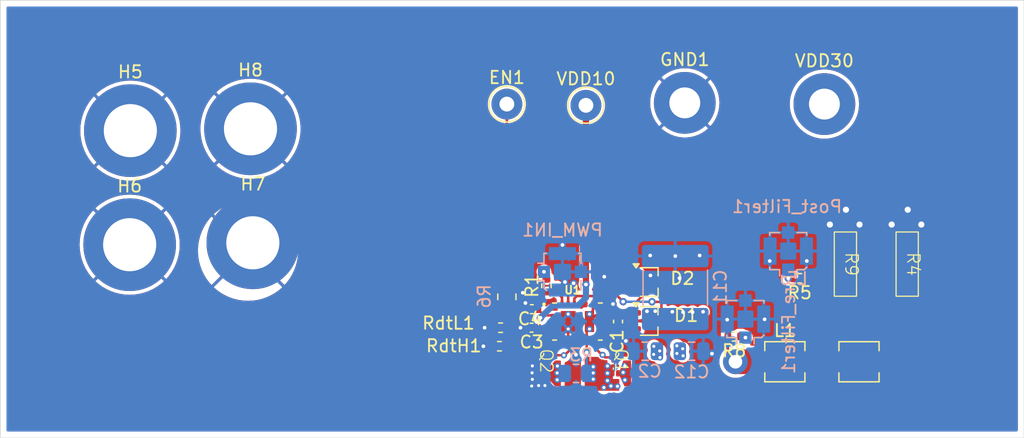
<source format=kicad_pcb>
(kicad_pcb (version 20240108) (generator "pcbnew") (generator_version "8.0")
  (layers (0 "F.Cu" signal) (1 "In1.Cu" power) (2 "In2.Cu" mixed) (31 "B.Cu" power) (34 "B.Paste" user) (35 "F.Paste" user) (36 "B.SilkS" user "B.Silkscreen") (37 "F.SilkS" user "F.Silkscreen") (38 "B.Mask" user) (39 "F.Mask" user) (44 "Edge.Cuts" user))
  (net 0 "")
  (net 1 "GND")
  (net 2 "/Q2D")
  (net 3 "Net-(L1-Pad2)")
  (net 4 "Net-(U1-DLH)")
  (net 5 "Net-(U1-DHL)")
  (net 6 "/BST1")
  (net 7 "/HS1")
  (net 8 "/HB1")
  (net 9 "/VDD30")
  (net 10 "/VCC1")
  (net 11 "/VDD10")
  (net 12 "/EN1")
  (net 13 "/PWM1")
  (net 14 "/LO1")
  (net 15 "/RL1")
  (net 16 "/Pre_Filter1")
  (net 17 "/HO1")
  (net 18 "Net-(U1-PWM{slash}LI)")
  (net 19 "/N1RL")
  (footprint "Resistor_SMD:R_0402_1005Metric" (layer "F.Cu") (at 142.7 38.5 180)
    (property "Reference" "R5" (at 0 -1.17 0) (layer "F.SilkS"))
    (property "Value" "47")
    (fp_line (start -0.153641 0.38) (end 0.153641 0.38) (stroke (width 0.12)) (layer "F.SilkS"))
    (fp_line (start -0.153641 -0.38) (end 0.153641 -0.38) (stroke (width 0.12)) (layer "F.SilkS"))
    (pad "1" smd roundrect (at -0.51 0 180) (size 0.54 0.64) (layers "F.Cu" "F.Paste" "F.Mask") (net 19 "/N1RL"))
    (pad "2" smd roundrect (at 0.51 0 180) (size 0.54 0.64) (layers "F.Cu" "F.Paste" "F.Mask") (net 15 "/RL1"))
  )
  (footprint "TestPoint:TestPoint_THTPad_D2.5mm_Drill1.2mm" (layer "F.Cu") (at 119 24.4)
    (property "Reference" "EN1" (at 0 -2.148 0) (layer "F.SilkS"))
    (property "Value" "MountingHole_Pad")
    (fp_circle (center 0 0) (end 0 1.45) (stroke (width 0.12)) (fill none) (layer "F.SilkS"))
    (pad "1" thru_hole circle (at 0 0) (size 2.5 2.5) (drill 1.2) (layers "*.Cu" "*.Mask") (net 12 "/EN1"))
  )
  (footprint "MountingHole:MountingHole_2.5mm_Pad_TopBottom" (layer "F.Cu") (at 133.4 24.3)
    (property "Reference" "GND1" (at 0 -3.5 0) (layer "F.SilkS"))
    (property "Value" "MountingHole_Pad")
    (pad "1" thru_hole circle (at 0 0) (size 2.9 2.9) (drill 2.5) (layers "*.Cu" "*.Mask") (net 1 "GND"))
    (pad "1" connect circle (at 0 0) (size 5 5) (layers "F.Cu" "F.Mask") (net 1 "GND"))
    (pad "1" connect circle (at 0 0) (size 5 5) (layers "B.Cu" "B.Mask") (net 1 "GND"))
  )
  (footprint "Package_TO_SOT_SMD:SOT-323_SC-70" (layer "F.Cu") (at 130.51 38.8)
    (property "Reference" "D2" (at 2.7 -0.29 0) (layer "F.SilkS"))
    (property "Value" "D_Schottky")
    (fp_line (start -0.68 -1.16) (end 0.73 -1.16) (stroke (width 0.12)) (layer "F.SilkS"))
    (fp_line (start -0.68 1.16) (end 0.73 1.16) (stroke (width 0.12)) (layer "F.SilkS"))
    (fp_line (start 0.73 -1.16) (end 0.73 -0.5) (stroke (width 0.12)) (layer "F.SilkS"))
    (fp_line (start 0.73 0.5) (end 0.73 1.16) (stroke (width 0.12)) (layer "F.SilkS"))
    (fp_poly (pts (xy -1.05 -1.14) (xy -1.29 -1.47) (xy -0.81 -1.47) (xy -1.05 -1.14)) (stroke (width 0.12)) (fill solid) (layer "F.SilkS"))
    (pad "1" smd roundrect (at -1 -0.65 270) (size 0.45 0.7) (layers "F.Cu" "F.Paste" "F.Mask") (net 8 "/HB1"))
    (pad "2" smd roundrect (at -1 0.65 270) (size 0.45 0.7) (layers "F.Cu" "F.Paste" "F.Mask"))
    (pad "3" smd roundrect (at 1 0 270) (size 0.45 0.7) (layers "F.Cu" "F.Paste" "F.Mask") (net 6 "/BST1"))
  )
  (footprint "Resistor_SMD:R_0402_1005Metric" (layer "F.Cu") (at 137.4 43.2 180)
    (property "Reference" "R8" (at 0 -1.17 0) (layer "F.SilkS"))
    (property "Value" "47")
    (fp_line (start -0.153641 0.38) (end 0.153641 0.38) (stroke (width 0.12)) (layer "F.SilkS"))
    (fp_line (start -0.153641 -0.38) (end 0.153641 -0.38) (stroke (width 0.12)) (layer "F.SilkS"))
    (pad "1" smd roundrect (at -0.51 0 180) (size 0.54 0.64) (layers "F.Cu" "F.Paste" "F.Mask") (net 16 "/Pre_Filter1"))
    (pad "2" smd roundrect (at 0.51 0 180) (size 0.54 0.64) (layers "F.Cu" "F.Paste" "F.Mask") (net 7 "/HS1"))
  )
  (footprint "MountingHole:MountingHole_4.3mm_M4_DIN965_Pad_TopBottom" (layer "F.Cu") (at 88.525 26.55)
    (property "Reference" "H5" (at 0 -4.75 0) (layer "F.SilkS"))
    (property "Value" "MountingHole_Pad")
    (pad "1" thru_hole circle (at 0 0) (size 4.7 4.7) (drill 4.3) (layers "*.Cu" "*.Mask") (net 1 "GND"))
    (pad "1" connect circle (at 0 0) (size 7.5 7.5) (layers "F.Cu" "F.Mask") (net 1 "GND"))
    (pad "1" connect circle (at 0 0) (size 7.5 7.5) (layers "B.Cu" "B.Mask") (net 1 "GND"))
  )
  (footprint "Resistor_SMD:R_0805_2012Metric" (layer "F.Cu") (at 119 40 -90)
    (property "Reference" "R6" (at -0.04 1.83 90) (layer "B.SilkS") (effects (justify mirror)))
    (property "Value" "0")
    (fp_line (start -0.227064 0.735) (end 0.227064 0.735) (stroke (width 0.12)) (layer "F.SilkS"))
    (fp_line (start -0.227064 -0.735) (end 0.227064 -0.735) (stroke (width 0.12)) (layer "F.SilkS"))
    (pad "1" smd roundrect (at -0.9125 0 270) (size 1.025 1.4) (layers "F.Cu" "F.Paste" "F.Mask") (roundrect_rratio 0.243902) (net 12 "/EN1"))
    (pad "2" smd roundrect (at 0.9125 0 270) (size 1.025 1.4) (layers "F.Cu" "F.Paste" "F.Mask") (roundrect_rratio 0.243902) (net 10 "/VCC1"))
  )
  (footprint "Resistor_SMD:R_0402_1005Metric" (layer "F.Cu") (at 118.4025 44)
    (property "Reference" "RdtH1" (at -3.7025 -0.03 0) (layer "F.SilkS"))
    (property "Value" "1.8M")
    (fp_line (start -0.153641 -0.38) (end 0.153641 -0.38) (stroke (width 0.12)) (layer "F.SilkS"))
    (fp_line (start -0.153641 0.38) (end 0.153641 0.38) (stroke (width 0.12)) (layer "F.SilkS"))
    (pad "1" smd roundrect (at -0.51 0) (size 0.54 0.64) (layers "F.Cu" "F.Paste" "F.Mask") (net 1 "GND"))
    (pad "2" smd roundrect (at 0.51 0) (size 0.54 0.64) (layers "F.Cu" "F.Paste" "F.Mask") (net 4 "Net-(U1-DLH)"))
  )
  (footprint "MyResistors:RWS5" (layer "F.Cu") (at 146.4 37.35 -90)
    (property "Reference" "R9" (at 0 -0.5 -90) (layer "F.SilkS") (effects (font (thickness 0.1))))
    (property "Value" "470")
    (fp_rect (start -2.6 -0.9) (end 2.6 0.9) (stroke (width 0.1)) (fill none) (layer "F.SilkS"))
    (pad "1" smd roundrect (at -3.24 0 270) (size 1.98 2.16) (layers "F.Cu" "F.Mask") (roundrect_rratio 0.0404040404) (net 1 "GND"))
    (pad "2" smd roundrect (at 3.24 0 270) (size 1.98 2.16) (layers "F.Cu" "F.Mask") (roundrect_rratio 0.0404040404) (net 19 "/N1RL"))
  )
  (footprint "Inductor_SMD:L_Vishay_IHLP-1212" (layer "F.Cu") (at 141.5 45.255)
    (property "Reference" "L1" (at 0 -2.524 0) (layer "F.SilkS"))
    (property "Value" "L")
    (fp_line (start -1.624 -1.624) (end 1.624 -1.624) (stroke (width 0.12)) (layer "F.SilkS"))
    (fp_line (start -1.624 -0.9) (end -1.624 -1.624) (stroke (width 0.12)) (layer "F.SilkS"))
    (fp_line (start -1.624 0.9) (end -1.624 1.624) (stroke (width 0.12)) (layer "F.SilkS"))
    (fp_line (start -1.624 1.624) (end 1.624 1.624) (stroke (width 0.12)) (layer "F.SilkS"))
    (fp_line (start 1.624 -1.624) (end 1.624 -0.9) (stroke (width 0.12)) (layer "F.SilkS"))
    (fp_line (start 1.624 1.624) (end 1.624 0.9) (stroke (width 0.12)) (layer "F.SilkS"))
    (pad "1" smd rect (at -1.35 0) (size 1.5 1.2) (layers "F.Cu" "F.Paste" "F.Mask") (net 7 "/HS1"))
    (pad "2" smd rect (at 1.35 0) (size 1.5 1.2) (layers "F.Cu" "F.Paste" "F.Mask") (net 3 "Net-(L1-Pad2)"))
  )
  (footprint "MyResistors:EPC8009" (layer "F.Cu") (at 127.77 45.19 -90)
    (property "Reference" "Q1" (at 0 -0.5 -90) (layer "F.SilkS") (effects (font (thickness 0.1))))
    (property "Value" "Q_NMOS_GSD")
    (pad "1" smd oval (at 0 0 270) (size 0.265 0.645) (layers "F.Cu" "F.Mask") (net 17 "/HO1"))
    (pad "2" smd oval (at 0.4 0 270) (size 0.265 0.645) (layers "F.Cu" "F.Mask") (net 7 "/HS1"))
    (pad "3" smd oval (at 1 0.19) (size 0.255 0.52) (layers "F.Cu" "F.Mask") (net 7 "/HS1"))
    (pad "4" smd oval (at 1 -0.19) (size 0.255 0.52) (layers "F.Cu" "F.Mask") (net 9 "/VDD30"))
    (pad "5" smd oval (at 1.6 0.19 270) (size 0.265 0.265) (layers "F.Cu" "F.Mask") (net 7 "/HS1"))
    (pad "6" smd oval (at 1.6 -0.19 270) (size 0.265 0.265) (layers "F.Cu" "F.Mask") (net 7 "/HS1"))
  )
  (footprint "Inductor_SMD:L_Vishay_IHLP-1212" (layer "F.Cu") (at 147.5 45.255)
    (property "Reference" "L5" (at -5.025 -6.724 0) (layer "B.SilkS") (effects (justify mirror)))
    (property "Value" "L")
    (fp_line (start -1.624 -1.624) (end 1.624 -1.624) (stroke (width 0.12)) (layer "F.SilkS"))
    (fp_line (start -1.624 -0.9) (end -1.624 -1.624) (stroke (width 0.12)) (layer "F.SilkS"))
    (fp_line (start -1.624 0.9) (end -1.624 1.624) (stroke (width 0.12)) (layer "F.SilkS"))
    (fp_line (start -1.624 1.624) (end 1.624 1.624) (stroke (width 0.12)) (layer "F.SilkS"))
    (fp_line (start 1.624 -1.624) (end 1.624 -0.9) (stroke (width 0.12)) (layer "F.SilkS"))
    (fp_line (start 1.624 1.624) (end 1.624 0.9) (stroke (width 0.12)) (layer "F.SilkS"))
    (pad "1" smd rect (at -1.35 0) (size 1.5 1.2) (layers "F.Cu" "F.Paste" "F.Mask") (net 3 "Net-(L1-Pad2)"))
    (pad "2" smd rect (at 1.35 0) (size 1.5 1.2) (layers "F.Cu" "F.Paste" "F.Mask") (net 19 "/N1RL"))
  )
  (footprint "MyResistors:RWS5" (layer "F.Cu") (at 151.4 37.35 -90)
    (property "Reference" "R4" (at 0 -0.5 -90) (layer "F.SilkS") (effects (font (thickness 0.1))))
    (property "Value" "470")
    (fp_rect (start -2.6 -0.9) (end 2.6 0.9) (stroke (width 0.1)) (fill none) (layer "F.SilkS"))
    (pad "1" smd roundrect (at -3.24 0 270) (size 1.98 2.16) (layers "F.Cu" "F.Mask") (roundrect_rratio 0.0404040404) (net 1 "GND"))
    (pad "2" smd roundrect (at 3.24 0 270) (size 1.98 2.16) (layers "F.Cu" "F.Mask") (roundrect_rratio 0.0404040404) (net 19 "/N1RL"))
  )
  (footprint "Capacitor_SMD:C_0402_1005Metric" (layer "F.Cu") (at 121 42.5 180)
    (property "Reference" "C3" (at 0 -1.16 180) (layer "F.SilkS"))
    (property "Value" "4.7u")
    (fp_line (start -0.107836 0.36) (end 0.107836 0.36) (stroke (width 0.12)) (layer "F.SilkS"))
    (fp_line (start -0.107836 -0.36) (end 0.107836 -0.36) (stroke (width 0.12)) (layer "F.SilkS"))
    (pad "1" smd roundrect (at -0.48 0 180) (size 0.56 0.62) (layers "F.Cu" "F.Paste" "F.Mask") (net 10 "/VCC1"))
    (pad "2" smd roundrect (at 0.48 0 180) (size 0.56 0.62) (layers "F.Cu" "F.Paste" "F.Mask") (net 1 "GND"))
  )
  (footprint "MountingHole:MountingHole_2.5mm_Pad_TopBottom" (layer "F.Cu") (at 144.7 24.4)
    (property "Reference" "VDD30" (at 0 -3.5 0) (layer "F.SilkS"))
    (property "Value" "MountingHole_Pad")
    (pad "1" thru_hole circle (at 0 0) (size 2.9 2.9) (drill 2.5) (layers "*.Cu" "*.Mask") (net 9 "/VDD30"))
    (pad "1" connect circle (at 0 0) (size 5 5) (layers "F.Cu" "F.Mask") (net 9 "/VDD30"))
    (pad "1" connect circle (at 0 0) (size 5 5) (layers "B.Cu" "B.Mask") (net 9 "/VDD30"))
  )
  (footprint "Capacitor_SMD:C_0402_1005Metric" (layer "F.Cu") (at 128 42 90)
    (property "Reference" "C1" (at -1.6 -0.08 90) (layer "F.SilkS"))
    (property "Value" "1u")
    (fp_line (start -0.107836 -0.36) (end 0.107836 -0.36) (stroke (width 0.12)) (layer "F.SilkS"))
    (fp_line (start -0.107836 0.36) (end 0.107836 0.36) (stroke (width 0.12)) (layer "F.SilkS"))
    (pad "1" smd roundrect (at -0.48 0 90) (size 0.56 0.62) (layers "F.Cu" "F.Paste" "F.Mask") (net 8 "/HB1"))
    (pad "2" smd roundrect (at 0.48 0 90) (size 0.56 0.62) (layers "F.Cu" "F.Paste" "F.Mask") (net 7 "/HS1"))
  )
  (footprint "MountingHole:MountingHole_4.3mm_M4_DIN965_Pad_TopBottom" (layer "F.Cu") (at 88.47 35.78)
    (property "Reference" "H6" (at 0 -4.75 0) (layer "F.SilkS"))
    (property "Value" "MountingHole_Pad")
    (pad "1" thru_hole circle (at 0 0) (size 4.7 4.7) (drill 4.3) (layers "*.Cu" "*.Mask") (net 1 "GND"))
    (pad "1" connect circle (at 0 0) (size 7.5 7.5) (layers "F.Cu" "F.Mask") (net 1 "GND"))
    (pad "1" connect circle (at 0 0) (size 7.5 7.5) (layers "B.Cu" "B.Mask") (net 1 "GND"))
  )
  (footprint "MountingHole:MountingHole_4.3mm_M4_DIN965_Pad_TopBottom" (layer "F.Cu") (at 98.25 26.4)
    (property "Reference" "H8" (at 0 -4.75 0) (layer "F.SilkS"))
    (property "Value" "MountingHole_Pad")
    (pad "1" thru_hole circle (at 0 0) (size 4.7 4.7) (drill 4.3) (layers "*.Cu" "*.Mask") (net 1 "GND"))
    (pad "1" connect circle (at 0 0) (size 7.5 7.5) (layers "F.Cu" "F.Mask") (net 1 "GND"))
    (pad "1" connect circle (at 0 0) (size 7.5 7.5) (layers "B.Cu" "B.Mask") (net 1 "GND"))
  )
  (footprint "Resistor_SMD:R_0402_1005Metric" (layer "F.Cu") (at 118.49 42.5)
    (property "Reference" "RdtL1" (at -4.22 -0.37 0) (layer "F.SilkS"))
    (property "Value" "1.8M")
    (fp_line (start -0.153641 -0.38) (end 0.153641 -0.38) (stroke (width 0.12)) (layer "F.SilkS"))
    (fp_line (start -0.153641 0.38) (end 0.153641 0.38) (stroke (width 0.12)) (layer "F.SilkS"))
    (pad "1" smd roundrect (at -0.51 0) (size 0.54 0.64) (layers "F.Cu" "F.Paste" "F.Mask") (net 1 "GND"))
    (pad "2" smd roundrect (at 0.51 0) (size 0.54 0.64) (layers "F.Cu" "F.Paste" "F.Mask") (net 5 "Net-(U1-DHL)"))
  )
  (footprint "MyResistors:EPC8009" (layer "F.Cu") (at 121.7 45.19 -90)
    (property "Reference" "Q2" (at 0 -0.5 -90) (layer "F.SilkS") (effects (font (thickness 0.1))))
    (property "Value" "Q_NMOS_GSD")
    (pad "1" smd oval (at 0 0 270) (size 0.265 0.645) (layers "F.Cu" "F.Mask") (net 14 "/LO1"))
    (pad "2" smd oval (at 0.4 0 270) (size 0.265 0.645) (layers "F.Cu" "F.Mask") (net 1 "GND"))
    (pad "3" smd oval (at 1 0.19) (size 0.255 0.52) (layers "F.Cu" "F.Mask") (net 1 "GND"))
    (pad "4" smd oval (at 1 -0.19) (size 0.255 0.52) (layers "F.Cu" "F.Mask") (net 2 "/Q2D"))
    (pad "5" smd oval (at 1.6 0.19 270) (size 0.265 0.265) (layers "F.Cu" "F.Mask") (net 1 "GND"))
    (pad "6" smd oval (at 1.6 -0.19 270) (size 0.265 0.265) (layers "F.Cu" "F.Mask") (net 1 "GND"))
  )
  (footprint "Capacitor_SMD:C_0402_1005Metric" (layer "F.Cu") (at 121.02 41)
    (property "Reference" "C4" (at -0.15 0.78 0) (layer "F.SilkS"))
    (property "Value" "1u")
    (fp_line (start -0.107836 -0.36) (end 0.107836 -0.36) (stroke (width 0.12)) (layer "F.SilkS"))
    (fp_line (start -0.107836 0.36) (end 0.107836 0.36) (stroke (width 0.12)) (layer "F.SilkS"))
    (pad "1" smd roundrect (at -0.48 0) (size 0.56 0.62) (layers "F.Cu" "F.Paste" "F.Mask") (net 1 "GND"))
    (pad "2" smd roundrect (at 0.48 0) (size 0.56 0.62) (layers "F.Cu" "F.Paste" "F.Mask") (net 11 "/VDD10"))
  )
  (footprint "Resistor_SMD:R_0402_1005Metric" (layer "F.Cu") (at 122.2 39.1 90)
    (property "Reference" "R1" (at 0 -1.17 90) (layer "F.SilkS"))
    (property "Value" "47")
    (fp_line (start -0.153641 -0.38) (end 0.153641 -0.38) (stroke (width 0.12)) (layer "F.SilkS"))
    (fp_line (start -0.153641 0.38) (end 0.153641 0.38) (stroke (width 0.12)) (layer "F.SilkS"))
    (pad "1" smd roundrect (at -0.51 0 90) (size 0.54 0.64) (layers "F.Cu" "F.Paste" "F.Mask") (net 18 "Net-(U1-PWM{slash}LI)"))
    (pad "2" smd roundrect (at 0.51 0 90) (size 0.54 0.64) (layers "F.Cu" "F.Paste" "F.Mask") (net 13 "/PWM1"))
  )
  (footprint "Drivers:IC_LMG1210RVRR" (layer "F.Cu") (at 124.7125 42)
    (property "Reference" "U1" (at -0.4025 -2.55 0) (layer "F.SilkS") (effects (font (size 0.64 0.64))))
    (property "Value" "LMG1210RVRR")
    (fp_line (start -2 1.5) (end -1.7 1.5) (stroke (width 0.127)) (layer "F.SilkS"))
    (fp_line (start -1.7 -1.5) (end -2 -1.5) (stroke (width 0.127)) (layer "F.SilkS"))
    (fp_line (start 1.7 1.5) (end 2 1.5) (stroke (width 0.127)) (layer "F.SilkS"))
    (fp_line (start 2 -1.5) (end 1.7 -1.5) (stroke (width 0.127)) (layer "F.SilkS"))
    (fp_circle (center -2.7 -1.4) (end -2.625 -1.4) (stroke (width 0.15)) (fill none) (layer "F.SilkS"))
    (pad "1" smd roundrect (at -1.9 -1) (size 0.6 0.25) (layers "F.Cu"))
    (pad "2" smd roundrect (at -1.9 -0.5) (size 0.6 0.25) (layers "F.Cu") (net 11 "/VDD10"))
    (pad "3" smd roundrect (at -1.9 0) (size 0.6 0.25) (layers "F.Cu") (net 1 "GND"))
    (pad "4" smd roundrect (at -1.9 0.5) (size 0.6 0.25) (layers "F.Cu") (net 10 "/VCC1"))
    (pad "5" smd roundrect (at -1.9 1) (size 0.6 0.25) (layers "F.Cu") (net 5 "Net-(U1-DHL)"))
    (pad "6" smd roundrect (at -1.25 1.4) (size 0.25 0.6) (layers "F.Cu") (net 4 "Net-(U1-DLH)"))
    (pad "7" smd roundrect (at -0.75 1.4) (size 0.25 0.6) (layers "F.Cu") (net 1 "GND"))
    (pad "8" smd roundrect (at -0.25 1.4) (size 0.25 0.6) (layers "F.Cu") (net 14 "/LO1"))
    (pad "9" smd roundrect (at 0.75 1.4) (size 0.25 0.6) (layers "F.Cu") (net 7 "/HS1"))
    (pad "10" smd roundrect (at 1.25 1.4) (size 0.25 0.6) (layers "F.Cu") (net 17 "/HO1"))
    (pad "11" smd roundrect (at 1.9 1) (size 0.6 0.25) (layers "F.Cu"))
    (pad "12" smd roundrect (at 1.9 0.5) (size 0.6 0.25) (layers "F.Cu") (net 8 "/HB1"))
    (pad "13" smd roundrect (at 1.9 0) (size 0.6 0.25) (layers "F.Cu") (net 7 "/HS1"))
    (pad "14" smd roundrect (at 1.9 -0.5) (size 0.6 0.25) (layers "F.Cu") (net 7 "/HS1"))
    (pad "15" smd roundrect (at 1.9 -1) (size 0.6 0.25) (layers "F.Cu"))
    (pad "16" smd roundrect (at 1.25 -1.4) (size 0.25 0.6) (layers "F.Cu") (net 7 "/HS1"))
    (pad "17" smd roundrect (at -0.25 -1.4) (size 0.25 0.6) (layers "F.Cu") (net 6 "/BST1"))
    (pad "18" smd roundrect (at -0.75 -1.4) (size 0.25 0.6) (layers "F.Cu") (net 12 "/EN1"))
    (pad "19" smd roundrect (at -1.25 -1.4) (size 0.25 0.6) (layers "F.Cu") (net 18 "Net-(U1-PWM{slash}LI)"))
    (pad "20" smd roundrect (at -0.75 0) (size 1.2 1.7) (layers "F.Cu") (roundrect_rratio 0.025) (net 1 "GND"))
    (pad "20_1" thru_hole circle (at -0.75 -0.6) (size 0.5 0.5) (drill 0.25) (layers "*.Cu") (net 1 "GND"))
    (pad "20_2" thru_hole circle (at -0.75 0.6) (size 0.5 0.5) (drill 0.25) (layers "*.Cu") (net 1 "GND"))
    (pad "21" smd roundrect (at 0.975 0) (size 0.75 1.7) (layers "F.Cu") (roundrect_rratio 0.025) (net 7 "/HS1"))
    (pad "21_1" thru_hole circle (at 0.975 -0.6) (size 0.5 0.5) (drill 0.25) (layers "*.Cu") (net 7 "/HS1"))
    (pad "21_2" thru_hole circle (at 0.975 0.6) (size 0.5 0.5) (drill 0.25) (layers "*.Cu") (net 7 "/HS1"))
  )
  (footprint "Package_TO_SOT_SMD:SOT-323_SC-70" (layer "F.Cu") (at 130.5 41.95)
    (property "Reference" "D1" (at 3.01 -0.44 0) (layer "F.SilkS"))
    (property "Value" "D_Schottky")
    (fp_line (start -0.68 -1.16) (end 0.73 -1.16) (stroke (width 0.12)) (layer "F.SilkS"))
    (fp_line (start -0.68 1.16) (end 0.73 1.16) (stroke (width 0.12)) (layer "F.SilkS"))
    (fp_line (start 0.73 -1.16) (end 0.73 -0.5) (stroke (width 0.12)) (layer "F.SilkS"))
    (fp_line (start 0.73 0.5) (end 0.73 1.16) (stroke (width 0.12)) (layer "F.SilkS"))
    (fp_poly (pts (xy -1.05 -1.14) (xy -1.29 -1.47) (xy -0.81 -1.47) (xy -1.05 -1.14)) (stroke (width 0.12)) (fill solid) (layer "F.SilkS"))
    (pad "1" smd roundrect (at -1 -0.65 270) (size 0.45 0.7) (layers "F.Cu" "F.Paste" "F.Mask") (net 8 "/HB1"))
    (pad "2" smd roundrect (at -1 0.65 270) (size 0.45 0.7) (layers "F.Cu" "F.Paste" "F.Mask"))
    (pad "3" smd roundrect (at 1 0 270) (size 0.45 0.7) (layers "F.Cu" "F.Paste" "F.Mask") (net 6 "/BST1"))
  )
  (footprint "MountingHole:MountingHole_4.3mm_M4_DIN965_Pad_TopBottom" (layer "F.Cu") (at 98.439 35.626)
    (property "Reference" "H7" (at 0 -4.75 0) (layer "F.SilkS"))
    (property "Value" "MountingHole_Pad")
    (pad "1" thru_hole circle (at 0 0) (size 4.7 4.7) (drill 4.3) (layers "*.Cu" "*.Mask") (net 1 "GND"))
    (pad "1" connect circle (at 0 0) (size 7.5 7.5) (layers "F.Cu" "F.Mask") (net 1 "GND"))
    (pad "1" connect circle (at 0 0) (size 7.5 7.5) (layers "B.Cu" "B.Mask") (net 1 "GND"))
  )
  (footprint "TestPoint:TestPoint_THTPad_D2.5mm_Drill1.2mm" (layer "F.Cu") (at 125.4 24.5)
    (property "Reference" "VDD10" (at 0 -2.148 0) (layer "F.SilkS"))
    (property "Value" "MountingHole_Pad")
    (fp_circle (center 0 0) (end 0 1.45) (stroke (width 0.12)) (fill none) (layer "F.SilkS"))
    (pad "1" thru_hole circle (at 0 0) (size 2.5 2.5) (drill 1.2) (layers "*.Cu" "*.Mask") (net 11 "/VDD10"))
  )
  (footprint "Connector_Coaxial:U.FL_Molex_MCRF_73412-0110_Vertical" (layer "B.Cu") (at 123.5 37.975 90)
    (property "Reference" "PWM_IN1" (at 3.375 0 180) (layer "B.SilkS") (effects (justify mirror)))
    (property "Value" "Conn_Coaxial")
    (fp_line (start 0.7 -2) (end 0.7 -1.5) (stroke (width 0.12)) (layer "B.SilkS"))
    (fp_line (start -0.7 -2) (end -0.7 -1.5) (stroke (width 0.12)) (layer "B.SilkS"))
    (fp_line (start 1.5 -1.5) (end 1.5 -1.3) (stroke (width 0.12)) (layer "B.SilkS"))
    (fp_line (start 0.7 -1.5) (end 1.5 -1.5) (stroke (width 0.12)) (layer "B.SilkS"))
    (fp_line (start -1.3 -1.5) (end -0.7 -1.5) (stroke (width 0.12)) (layer "B.SilkS"))
    (fp_line (start -1.5 -1.3) (end -1.3 -1.5) (stroke (width 0.12)) (layer "B.SilkS"))
    (fp_line (start 1.5 1.3) (end 1.5 1.5) (stroke (width 0.12)) (layer "B.SilkS"))
    (fp_line (start 1.5 1.5) (end 0.7 1.5) (stroke (width 0.12)) (layer "B.SilkS"))
    (fp_line (start -0.7 1.5) (end -1.5 1.5) (stroke (width 0.12)) (layer "B.SilkS"))
    (fp_line (start -1.5 1.5) (end -1.5 1.3) (stroke (width 0.12)) (layer "B.SilkS"))
    (pad "1" smd rect (at 0 -1.5 90) (size 1 1) (layers "B.Cu" "B.Paste" "B.Mask") (net 13 "/PWM1"))
    (pad "2" smd rect (at -1.475 0 90) (size 1.05 2.2) (layers "B.Cu" "B.Paste" "B.Mask") (net 1 "GND"))
    (pad "2" smd rect (at 0 1.5 90) (size 1 1) (layers "B.Cu" "B.Paste" "B.Mask") (net 1 "GND"))
    (pad "2" smd rect (at 1.475 0 90) (size 1.05 2.2) (layers "B.Cu" "B.Paste" "B.Mask") (net 1 "GND"))
  )
  (footprint "Connector_Coaxial:U.FL_Molex_MCRF_73412-0110_Vertical" (layer "B.Cu") (at 141.775 36.3 180)
    (property "Reference" "Post_Filter1" (at 0.1 3.6 0) (layer "B.SilkS") (effects (justify mirror)))
    (property "Value" "Conn_Coaxial")
    (fp_line (start 1.5 1.5) (end 0.7 1.5) (stroke (width 0.12)) (layer "B.SilkS"))
    (fp_line (start 1.5 1.3) (end 1.5 1.5) (stroke (width 0.12)) (layer "B.SilkS"))
    (fp_line (start 1.5 -1.5) (end 1.5 -1.3) (stroke (width 0.12)) (layer "B.SilkS"))
    (fp_line (start 0.7 -1.5) (end 1.5 -1.5) (stroke (width 0.12)) (layer "B.SilkS"))
    (fp_line (start 0.7 -2) (end 0.7 -1.5) (stroke (width 0.12)) (layer "B.SilkS"))
    (fp_line (start -0.7 1.5) (end -1.5 1.5) (stroke (width 0.12)) (layer "B.SilkS"))
    (fp_line (start -0.7 -2) (end -0.7 -1.5) (stroke (width 0.12)) (layer "B.SilkS"))
    (fp_line (start -1.3 -1.5) (end -0.7 -1.5) (stroke (width 0.12)) (layer "B.SilkS"))
    (fp_line (start -1.5 1.5) (end -1.5 1.3) (stroke (width 0.12)) (layer "B.SilkS"))
    (fp_line (start -1.5 -1.3) (end -1.3 -1.5) (stroke (width 0.12)) (layer "B.SilkS"))
    (pad "1" smd rect (at 0 -1.5 180) (size 1 1) (layers "B.Cu" "B.Paste" "B.Mask") (net 15 "/RL1"))
    (pad "2" smd rect (at -1.475 0 180) (size 1.05 2.2) (layers "B.Cu" "B.Paste" "B.Mask") (net 1 "GND"))
    (pad "2" smd rect (at 0 1.5 180) (size 1 1) (layers "B.Cu" "B.Paste" "B.Mask") (net 1 "GND"))
    (pad "2" smd rect (at 1.475 0 180) (size 1.05 2.2) (layers "B.Cu" "B.Paste" "B.Mask") (net 1 "GND"))
  )
  (footprint "Capacitor_SMD:C_0805_2012Metric" (layer "B.Cu") (at 130.2 44.4 180)
    (property "Reference" "C2" (at -0.358 -1.622 0) (layer "B.SilkS") (effects (justify mirror)))
    (property "Value" "1u")
    (fp_line (start 0.261252 0.735) (end -0.261252 0.735) (stroke (width 0.12)) (layer "B.SilkS"))
    (fp_line (start 0.261252 -0.735) (end -0.261252 -0.735) (stroke (width 0.12)) (layer "B.SilkS"))
    (pad "1" smd roundrect (at -0.95 0 180) (size 1 1.45) (layers "B.Cu" "B.Paste" "B.Mask") (net 9 "/VDD30"))
    (pad "2" smd roundrect (at 0.95 0 180) (size 1 1.45) (layers "B.Cu" "B.Paste" "B.Mask") (net 1 "GND"))
  )
  (footprint "Resistor_SMD:R_0805_2012Metric" (layer "B.Cu") (at 124.6 46.2)
    (property "Reference" "R3" (at 0.4125 -1.5 0) (layer "B.SilkS") (effects (justify mirror)))
    (property "Value" "0")
    (fp_line (start 0.227064 -0.735) (end -0.227064 -0.735) (stroke (width 0.12)) (layer "B.SilkS"))
    (fp_line (start 0.227064 0.735) (end -0.227064 0.735) (stroke (width 0.12)) (layer "B.SilkS"))
    (pad "1" smd roundrect (at -0.9125 0) (size 1.025 1.4) (layers "B.Cu" "B.Paste" "B.Mask") (roundrect_rratio 0.243902) (net 2 "/Q2D"))
    (pad "2" smd roundrect (at 0.9125 0) (size 1.025 1.4) (layers "B.Cu" "B.Paste" "B.Mask") (roundrect_rratio 0.243902) (net 7 "/HS1"))
  )
  (footprint "Capacitor_SMD:C_2220_5750Metric" (layer "B.Cu") (at 132.63 39.25 90)
    (property "Reference" "C11" (at 0 3.65 90) (layer "B.SilkS") (effects (justify mirror)))
    (property "Value" "22u")
    (fp_line (start 1.415748 -2.61) (end -1.415748 -2.61) (stroke (width 0.12)) (layer "B.SilkS"))
    (fp_line (start 1.415748 2.61) (end -1.415748 2.61) (stroke (width 0.12)) (layer "B.SilkS"))
    (pad "1" smd roundrect (at -2.55 0 90) (size 1.8 5.4) (layers "B.Cu" "B.Paste" "B.Mask") (roundrect_rratio 0.138889) (net 9 "/VDD30"))
    (pad "2" smd roundrect (at 2.55 0 90) (size 1.8 5.4) (layers "B.Cu" "B.Paste" "B.Mask") (roundrect_rratio 0.138889) (net 1 "GND"))
  )
  (footprint "Connector_Coaxial:U.FL_Molex_MCRF_73412-0110_Vertical" (layer "B.Cu") (at 138.31 41.8 180)
    (property "Reference" "Pre_Filter1" (at -3.5 -0.4 90) (layer "B.SilkS") (effects (justify mirror)))
    (property "Value" "Conn_Coaxial")
    (fp_line (start 1.5 1.5) (end 0.7 1.5) (stroke (width 0.12)) (layer "B.SilkS"))
    (fp_line (start 1.5 1.3) (end 1.5 1.5) (stroke (width 0.12)) (layer "B.SilkS"))
    (fp_line (start 1.5 -1.5) (end 1.5 -1.3) (stroke (width 0.12)) (layer "B.SilkS"))
    (fp_line (start 0.7 -1.5) (end 1.5 -1.5) (stroke (width 0.12)) (layer "B.SilkS"))
    (fp_line (start 0.7 -2) (end 0.7 -1.5) (stroke (width 0.12)) (layer "B.SilkS"))
    (fp_line (start -0.7 1.5) (end -1.5 1.5) (stroke (width 0.12)) (layer "B.SilkS"))
    (fp_line (start -0.7 -2) (end -0.7 -1.5) (stroke (width 0.12)) (layer "B.SilkS"))
    (fp_line (start -1.3 -1.5) (end -0.7 -1.5) (stroke (width 0.12)) (layer "B.SilkS"))
    (fp_line (start -1.5 1.5) (end -1.5 1.3) (stroke (width 0.12)) (layer "B.SilkS"))
    (fp_line (start -1.5 -1.3) (end -1.3 -1.5) (stroke (width 0.12)) (layer "B.SilkS"))
    (pad "1" smd rect (at 0 -1.5 180) (size 1 1) (layers "B.Cu" "B.Paste" "B.Mask") (net 16 "/Pre_Filter1"))
    (pad "2" smd rect (at -1.475 0 180) (size 1.05 2.2) (layers "B.Cu" "B.Paste" "B.Mask") (net 1 "GND"))
    (pad "2" smd rect (at 0 1.5 180) (size 1 1) (layers "B.Cu" "B.Paste" "B.Mask") (net 1 "GND"))
    (pad "2" smd rect (at 1.475 0 180) (size 1.05 2.2) (layers "B.Cu" "B.Paste" "B.Mask") (net 1 "GND"))
  )
  (footprint "Capacitor_SMD:C_0805_2012Metric" (layer "B.Cu") (at 133.95 44.4)
    (property "Reference" "C12" (at 0 1.68 0) (layer "B.SilkS") (effects (justify mirror)))
    (property "Value" "10n")
    (fp_line (start 0.261252 -0.735) (end -0.261252 -0.735) (stroke (width 0.12)) (layer "B.SilkS"))
    (fp_line (start 0.261252 0.735) (end -0.261252 0.735) (stroke (width 0.12)) (layer "B.SilkS"))
    (pad "1" smd roundrect (at -0.95 0) (size 1 1.45) (layers "B.Cu" "B.Paste" "B.Mask") (net 9 "/VDD30"))
    (pad "2" smd roundrect (at 0.95 0) (size 1 1.45) (layers "B.Cu" "B.Paste" "B.Mask") (net 1 "GND"))
  )
  (gr_rect (start 78 16) (end 160.855 51.404) (stroke (width 0.05)) (fill none) (layer "Edge.Cuts"))
  (segment (start 120.54 40.54) (end 120.5 40.5) (width 0.2) (layer "F.Cu") (net 1))
  (segment (start 143.25 37.1) (end 143.275 37.1) (width 0.2) (layer "F.Cu") (net 1))
  (segment (start 120.1 42.5) (end 120.52 42.5) (width 0.2) (layer "F.Cu") (net 1))
  (segment (start 120.54 41) (end 120.54 40.54) (width 0.2) (layer "F.Cu") (net 1))
  (segment (start 123.9625 43.4) (end 123.9625 42.6) (width 0.2) (layer "F.Cu") (net 1))
  (segment (start 140.3 37.1) (end 140.275 37.1) (width 0.2) (layer "F.Cu") (net 1))
  (segment (start 122.8125 42) (end 123.9625 42) (width 0.2) (layer "F.Cu") (net 1))
  (segment (start 117.98 42.5) (end 117.2 42.5) (width 0.2) (layer "F.Cu") (net 1))
  (segment (start 117.8925 44) (end 117.1 44) (width 0.2) (layer "F.Cu") (net 1))
  (via (at 140.275 37.1) (size 0.6) (drill 0.3) (layers "F.Cu" "B.Cu") (net 1))
  (via (at 132.63 36.7) (size 0.6) (drill 0.3) (layers "F.Cu" "B.Cu") (net 1))
  (via (at 121.06 45.59) (size 0.5) (drill 0.25) (layers "F.Cu" "B.Cu") (net 1))
  (via (at 121.06 46.68) (size 0.5) (drill 0.25) (layers "F.Cu" "B.Cu") (net 1))
  (via (at 120.5 40.5) (size 0.6) (drill 0.3) (layers "F.Cu" "B.Cu") (net 1))
  (via (at 126.882804 38.372438) (size 0.6) (drill 0.3) (layers "F.Cu" "B.Cu") (net 1))
  (via (at 143.275 37.1) (size 0.6) (drill 0.3) (layers "F.Cu" "B.Cu") (net 1))
  (via (at 130.62 38.27) (size 0.6) (drill 0.3) (layers "F.Cu" "B.Cu") (net 1))
  (via (at 123.7 38.8) (size 0.6) (drill 0.3) (layers "F.Cu" "B.Cu") (net 1))
  (via (at 121.01 47.22) (size 0.5) (drill 0.25) (layers "F.Cu" "B.Cu") (net 1))
  (via (at 146.445 32.95) (size 1) (drill 0.5) (layers "F.Cu" "B.Cu") (net 1))
  (via (at 132.97 38.49) (size 0.6) (drill 0.3) (layers "F.Cu" "B.Cu") (net 1))
  (via (at 117.2 42.5) (size 0.6) (drill 0.3) (layers "F.Cu" "B.Cu") (net 1))
  (via (at 139.86 41.82) (size 0.6) (drill 0.3) (layers "F.Cu" "B.Cu") (net 1))
  (via (at 121.04 46.15) (size 0.5) (drill 0.25) (layers "F.Cu" "B.Cu") (net 1))
  (via (at 147.545 34.15) (size 1) (drill 0.5) (layers "F.Cu" "B.Cu") (net 1))
  (via (at 123.5 35.8) (size 0.6) (drill 0.3) (layers "F.Cu" "B.Cu") (net 1))
  (via (at 121.57 47.18) (size 0.5) (drill 0.25) (layers "F.Cu" "B.Cu") (net 1))
  (via (at 120.29 39.67) (size 0.6) (drill 0.3) (layers "F.Cu" "B.Cu") (net 1))
  (via (at 122.08 47.18) (size 0.5) (drill 0.25) (layers "F.Cu" "B.Cu") (net 1))
  (via (at 145.145 34.15) (size 1) (drill 0.5) (layers "F.Cu" "B.Cu") (net 1))
  (via (at 127.59 40.58) (size 0.6) (drill 0.3) (layers "F.Cu" "B.Cu") (net 1))
  (via (at 117.1 44) (size 0.6) (drill 0.3) (layers "F.Cu" "B.Cu") (net 1))
  (via (at 150.145 34.15) (size 1) (drill 0.5) (layers "F.Cu" "B.Cu") (net 1))
  (via (at 152.545 34.15) (size 1) (drill 0.5) (layers "F.Cu" "B.Cu") (net 1))
  (via (at 120.1 42.5) (size 0.6) (drill 0.3) (layers "F.Cu" "B.Cu") (net 1))
  (via (at 135.6 44.6) (size 0.6) (drill 0.3) (layers "F.Cu" "B.Cu") (net 1))
  (via (at 124.4 38.9) (size 0.6) (drill 0.3) (layers "F.Cu" "B.Cu") (net 1))
  (via (at 124.59 44.69) (size 0.6) (drill 0.3) (layers "F.Cu" "B.Cu") (net 1))
  (via (at 134.6 36.655) (size 0.6) (drill 0.3) (layers "F.Cu" "B.Cu") (net 1))
  (via (at 130.6 36.655) (size 0.6) (drill 0.3) (layers "F.Cu" "B.Cu") (net 1))
  (via (at 151.445 32.95) (size 1) (drill 0.5) (layers "F.Cu" "B.Cu") (net 1))
  (via (at 128.63 43.57) (size 0.6) (drill 0.3) (layers "F.Cu" "B.Cu") (net 1))
  (via (at 136.83 41.85) (size 0.6) (drill 0.3) (layers "F.Cu" "B.Cu") (net 1))
  (segment (start 139.785 41.8) (end 139.84 41.8) (width 0.2) (layer "B.Cu") (net 1))
  (segment (start 128.63 43.57) (end 128.63 43.78) (width 0.2) (layer "B.Cu") (net 1))
  (segment (start 136.835 41.8) (end 136.835 41.845) (width 0.2) (layer "B.Cu") (net 1))
  (segment (start 136.835 41.845) (end 136.83 41.85) (width 0.2) (layer "B.Cu") (net 1))
  (segment (start 139.84 41.8) (end 139.86 41.82) (width 0.2) (layer "B.Cu") (net 1))
  (segment (start 123.5 36.5) (end 123.5 35.8) (width 0.2) (layer "B.Cu") (net 1))
  (segment (start 124 37) (end 123.5 36.5) (width 0.2) (layer "B.Cu") (net 1))
  (segment (start 134.9 44.4) (end 135.4 44.4) (width 0.2) (layer "B.Cu") (net 1))
  (segment (start 135.4 44.4) (end 135.6 44.6) (width 0.2) (layer "B.Cu") (net 1))
  (segment (start 128.63 43.78) (end 129.25 44.4) (width 0.2) (layer "B.Cu") (net 1))
  (via (at 123.07 46.16) (size 0.5) (drill 0.25) (layers "F.Cu" "B.Cu") (net 2))
  (via (at 123.074 46.716) (size 0.5) (drill 0.25) (layers "F.Cu" "B.Cu") (net 2))
  (via (at 123.088 45.603) (size 0.5) (drill 0.25) (layers "F.Cu" "B.Cu") (net 2))
  (segment (start 142.85 45.255) (end 146.15 45.255) (width 2) (layer "F.Cu") (net 3))
  (segment (start 123.4625 43.4) (end 123.4625 43.893433) (width 0.2) (layer "F.Cu") (net 4))
  (segment (start 123.355933 44) (end 118.9125 44) (width 0.2) (layer "F.Cu") (net 4))
  (segment (start 123.4625 43.893433) (end 123.355933 44) (width 0.2) (layer "F.Cu") (net 4))
  (segment (start 122.175 43.125) (end 119.625 43.125) (width 0.2) (layer "F.Cu") (net 5))
  (segment (start 122.3 43) (end 122.175 43.125) (width 0.2) (layer "F.Cu") (net 5))
  (segment (start 119 42.5) (end 119.625 43.125) (width 0.2) (layer "F.Cu") (net 5))
  (segment (start 122.8125 43) (end 122.3 43) (width 0.2) (layer "F.Cu") (net 5))
  (segment (start 131.51 40.41) (end 131.51 41.94) (width 0.2) (layer "F.Cu") (net 6))
  (segment (start 131.51 40.41) (end 130.755376 40.41) (width 0.2) (layer "F.Cu") (net 6))
  (segment (start 130.745376 40.4) (end 130.54 40.4) (width 0.2) (layer "F.Cu") (net 6))
  (segment (start 130.745376 40.4) (end 130.755376 40.41) (width 0.2) (layer "F.Cu") (net 6))
  (segment (start 127.97 39.95) (end 127.97 39.93648) (width 0.2) (layer "F.Cu") (net 6))
  (segment (start 128.41 40.39) (end 127.97 39.95) (width 0.2) (layer "F.Cu") (net 6))
  (segment (start 124.4625 40.1375) (end 124.4625 40.6) (width 0.2) (layer "F.Cu") (net 6))
  (segment (start 127.97 39.93648) (end 124.66352 39.93648) (width 0.2) (layer "F.Cu") (net 6))
  (segment (start 124.66352 39.93648) (end 124.4625 40.1375) (width 0.2) (layer "F.Cu") (net 6))
  (segment (start 131.51 41.94) (end 131.5 41.95) (width 0.2) (layer "F.Cu") (net 6))
  (segment (start 131.51 38.8) (end 131.51 40.41) (width 0.2) (layer "F.Cu") (net 6))
  (via (at 128.41 40.39) (size 0.6) (drill 0.3) (layers "F.Cu" "B.Cu") (net 6))
  (via (at 130.745376 40.4) (size 0.6) (drill 0.3) (layers "F.Cu" "B.Cu") (net 6))
  (segment (start 128.42 40.4) (end 128.41 40.39) (width 0.2) (layer "B.Cu") (net 6))
  (segment (start 130.745376 40.4) (end 128.42 40.4) (width 0.2) (layer "B.Cu") (net 6))
  (segment (start 125.7875 41.5) (end 125.6875 41.4) (width 0.2) (layer "F.Cu") (net 7))
  (segment (start 126.6125 41.5) (end 127.622182 41.5) (width 0.2) (layer "F.Cu") (net 7))
  (segment (start 125.4625 44.5) (end 125.4625 43.4) (width 0.2) (layer "F.Cu") (net 7))
  (segment (start 125.9625 41.125) (end 125.6875 41.4) (width 0.2) (layer "F.Cu") (net 7))
  (segment (start 126.6325 41.52) (end 126.6125 41.5) (width 0.2) (layer "F.Cu") (net 7))
  (segment (start 127.622182 41.5) (end 127.772182 41.65) (width 0.2) (layer "F.Cu") (net 7))
  (segment (start 125.4625 43.4) (end 125.4625 42.225) (width 0.2) (layer "F.Cu") (net 7))
  (segment (start 136.89 44.645) (end 137.5 45.255) (width 0.2) (layer "F.Cu") (net 7))
  (segment (start 126.6125 42) (end 125.6875 42) (width 0.2) (layer "F.Cu") (net 7))
  (segment (start 125.9625 40.6) (end 125.9625 41.125) (width 0.2) (layer "F.Cu") (net 7))
  (segment (start 126.6125 41.5) (end 126.1875 41.5) (width 0.2) (layer "F.Cu") (net 7))
  (segment (start 126.1875 41.5) (end 125.6875 42) (width 0.2) (layer "F.Cu") (net 7))
  (segment (start 125.4625 42.225) (end 125.6875 42) (width 0.2) (layer "F.Cu") (net 7))
  (segment (start 127.772182 41.65) (end 128 41.65) (width 0.2) (layer "F.Cu") (net 7))
  (segment (start 137.5 45.255) (end 140.15 45.255) (width 2) (layer "F.Cu") (net 7))
  (segment (start 136.89 43.2) (end 136.89 44.645) (width 0.2) (layer "F.Cu") (net 7))
  (via (at 125.4625 44.5) (size 0.6) (drill 0.3) (layers "F.Cu" "B.Cu") (net 7))
  (via (at 137.5 45.255) (size 2) (drill 1.1) (layers "F.Cu" "B.Cu") (net 7))
  (via (at 127.14 46.78) (size 0.5) (drill 0.25) (layers "F.Cu" "B.Cu") (net 7))
  (via (at 127.95 47.24) (size 0.5) (drill 0.25) (layers "F.Cu" "B.Cu") (net 7))
  (via (at 127.14 46.18) (size 0.5) (drill 0.25) (layers "F.Cu" "B.Cu") (net 7))
  (via (at 125.99 45.66) (size 0.5) (drill 0.25) (layers "F.Cu" "B.Cu") (net 7))
  (via (at 127.14 45.6) (size 0.5) (drill 0.25) (layers "F.Cu" "B.Cu") (net 7))
  (via (at 125.99 46.67) (size 0.5) (drill 0.25) (layers "F.Cu" "B.Cu") (net 7))
  (via (at 125.99 46.16) (size 0.5) (drill 0.25) (layers "F.Cu" "B.Cu") (net 7))
  (via (at 126.85 47.34) (size 0.5) (drill 0.25) (layers "F.Cu" "B.Cu") (net 7))
  (via (at 127.42 47.22) (size 0.5) (drill 0.25) (layers "F.Cu" "B.Cu") (net 7))
  (segment (start 125.4625 44.5) (end 125.4625 46.15) (width 0.2) (layer "B.Cu") (net 7))
  (segment (start 125.4625 46.15) (end 125.5125 46.2) (width 0.2) (layer "B.Cu") (net 7))
  (segment (start 130.25 39.64648) (end 130.25 38.89) (width 0.2) (layer "F.Cu") (net 8))
  (segment (start 127.3 42.5) (end 127.32 42.48) (width 0.2) (layer "F.Cu") (net 8))
  (segment (start 128 42.48) (end 128.32 42.48) (width 0.2) (layer "F.Cu") (net 8))
  (segment (start 129.5 41.3) (end 129.5 40.39648) (width 0.2) (layer "F.Cu") (net 8))
  (segment (start 130.25 38.89) (end 129.51 38.15) (width 0.2) (layer "F.Cu") (net 8))
  (segment (start 126.6325 42.48) (end 126.6125 42.5) (width 0.2) (layer "F.Cu") (net 8))
  (segment (start 127.32 42.48) (end 128 42.48) (width 0.2) (layer "F.Cu") (net 8))
  (segment (start 126.6125 42.5) (end 127.3 42.5) (width 0.2) (layer "F.Cu") (net 8))
  (segment (start 128.32 42.48) (end 129.5 41.3) (width 0.2) (layer "F.Cu") (net 8))
  (segment (start 129.5 40.39648) (end 130.25 39.64648) (width 0.2) (layer "F.Cu") (net 8))
  (via (at 130.34 41.17) (size 0.5) (drill 0.3) (layers "F.Cu" "B.Cu") (net 9))
  (via (at 131.37 44.38) (size 0.5) (drill 0.25) (layers "F.Cu" "B.Cu") (net 9))
  (via (at 133.26 41.24) (size 0.5) (drill 0.3) (layers "F.Cu" "B.Cu") (net 9))
  (via (at 128.55 46.73) (size 0.5) (drill 0.25) (layers "F.Cu" "B.Cu") (net 9))
  (via (at 133.26 44.77) (size 0.5) (drill 0.25) (layers "F.Cu" "B.Cu") (net 9))
  (via (at 133.23 44.2) (size 0.5) (drill 0.25) (layers "F.Cu" "B.Cu") (net 9))
  (via (at 128.54 45.59) (size 0.5) (drill 0.25) (layers "F.Cu" "B.Cu") (net 9))
  (via (at 132.76 44.584) (size 0.5) (drill 0.25) (layers "F.Cu" "B.Cu") (net 9))
  (via (at 132.39 41.21) (size 0.5) (drill 0.3) (layers "F.Cu" "B.Cu") (net 9))
  (via (at 134.03 41.24) (size 0.5) (drill 0.3) (layers "F.Cu" "B.Cu") (net 9))
  (via (at 131.01 41.16) (size 0.5) (drill 0.3) (layers "F.Cu" "B.Cu") (net 9))
  (via (at 134.88 41.21) (size 0.5) (drill 0.3) (layers "F.Cu" "B.Cu") (net 9))
  (via (at 131.39 44.91) (size 0.5) (drill 0.25) (layers "F.Cu" "B.Cu") (net 9))
  (via (at 128.41 46.12) (size 0.5) (drill 0.25) (layers "F.Cu" "B.Cu") (net 9))
  (via (at 130.894 44.006) (size 0.5) (drill 0.25) (layers "F.Cu" "B.Cu") (net 9))
  (via (at 132.757 43.962) (size 0.5) (drill 0.25) (layers "F.Cu" "B.Cu") (net 9))
  (via (at 130.881 44.66) (size 0.5) (drill 0.25) (layers "F.Cu" "B.Cu") (net 9))
  (segment (start 121.48 42.5) (end 120.87 41.89) (width 0.2) (layer "F.Cu") (net 10))
  (segment (start 120.87 41.89) (end 119.9775 41.89) (width 0.2) (layer "F.Cu") (net 10))
  (segment (start 122.8125 42.5) (end 121.48 42.5) (width 0.2) (layer "F.Cu") (net 10))
  (segment (start 119.9775 41.89) (end 119 40.9125) (width 0.2) (layer "F.Cu") (net 10))
  (segment (start 121.802947 41.697053) (end 121.717477 41.697053) (width 0.2) (layer "F.Cu") (net 11))
  (segment (start 125.4 39) (end 125.4 24.5) (width 0.5) (layer "F.Cu") (net 11))
  (segment (start 121.5 41) (end 122 41.5) (width 0.2) (layer "F.Cu") (net 11))
  (segment (start 122.8125 41.5) (end 122 41.5) (width 0.2) (layer "F.Cu") (net 11))
  (segment (start 122 41.5) (end 121.802947 41.697053) (width 0.2) (layer "F.Cu") (net 11))
  (via (at 121.717477 41.697053) (size 0.6) (drill 0.3) (layers "F.Cu" "B.Cu") (net 11))
  (via (at 125.4 39) (size 0.6) (drill 0.3) (layers "F.Cu" "B.Cu") (net 11))
  (segment (start 125.4 39) (end 125.4 40.075) (width 0.5) (layer "B.Cu") (net 11))
  (segment (start 125.4 40.075) (end 124.775 40.7) (width 0.5) (layer "B.Cu") (net 11))
  (segment (start 124.775 40.7) (end 122.71453 40.7) (width 0.5) (layer "B.Cu") (net 11))
  (segment (start 122.71453 40.7) (end 121.717477 41.697053) (width 0.5) (layer "B.Cu") (net 11))
  (segment (start 123.0875 39.0875) (end 123.9625 39.9625) (width 0.2) (layer "F.Cu") (net 12))
  (segment (start 123.0875 39.0875) (end 123.075 39.1) (width 0.15) (layer "F.Cu") (net 12))
  (segment (start 119 24.4) (end 119 31.068098) (width 0.2) (layer "F.Cu") (net 12))
  (segment (start 123.075 39.1) (end 120.8125 39.1) (width 0.15) (layer "F.Cu") (net 12))
  (segment (start 123.9625 39.9625) (end 123.9625 40.6) (width 0.2) (layer "F.Cu") (net 12))
  (segment (start 120.8125 39.1) (end 120.8 39.0875) (width 0.15) (layer "F.Cu") (net 12))
  (segment (start 119 31.503768) (end 119 37.2875) (width 0.2) (layer "F.Cu") (net 12))
  (segment (start 119 31.068098) (end 119 31.503768) (width 0.2) (layer "F.Cu") (net 12))
  (segment (start 120.8 39.0875) (end 119 39.0875) (width 0.2) (layer "F.Cu") (net 12))
  (segment (start 119 37.2875) (end 120.8 39.0875) (width 0.2) (layer "F.Cu") (net 12))
  (segment (start 121.99 38) (end 121.99 37.985) (width 0.2) (layer "F.Cu") (net 13))
  (segment (start 122.2 38.59) (end 122.2 38.175) (width 0.2) (layer "F.Cu") (net 13))
  (segment (start 122.2 38.175) (end 122 37.975) (width 0.2) (layer "F.Cu") (net 13))
  (segment (start 121.99 37.985) (end 122 37.975) (width 0.2) (layer "F.Cu") (net 13))
  (via (at 122 37.975) (size 0.6) (drill 0.3) (layers "F.Cu" "B.Cu") (net 13))
  (segment (start 124.4625 43.4) (end 124.4625 43.9375) (width 0.2) (layer "F.Cu") (net 14))
  (segment (start 122.23086 44.730662) (end 121.670662 44.730662) (width 0.2) (layer "F.Cu") (net 14))
  (segment (start 124.4625 43.9375) (end 123.6 44.8) (width 0.2) (layer "F.Cu") (net 14))
  (segment (start 121.670662 44.730662) (end 121.67 44.73) (width 0.2) (layer "F.Cu") (net 14))
  (segment (start 123.6 44.8) (end 123.6 44.744901) (width 0.2) (layer "F.Cu") (net 14))
  (segment (start 123.6 44.744901) (end 123.614239 44.730662) (width 0.2) (layer "F.Cu") (net 14))
  (segment (start 122.23086 44.730662) (end 123.614239 44.730662) (width 0.2) (layer "F.Cu") (net 14))
  (via (at 123.614239 44.730662) (size 0.5) (drill 0.25) (layers "F.Cu" "B.Cu") (net 14))
  (via (at 141.775 38.5) (size 0.6) (drill 0.3) (layers "F.Cu" "B.Cu") (net 15))
  (segment (start 141.775 38.5) (end 141.775 37.8) (width 0.2) (layer "B.Cu") (net 15))
  (via (at 138.31 43.3) (size 0.6) (drill 0.3) (layers "F.Cu" "B.Cu") (net 16))
  (segment (start 126.8 44.8) (end 126.75 44.75) (width 0.2) (layer "F.Cu") (net 17))
  (segment (start 127.77 44.9) (end 126.95 44.9) (width 0.2) (layer "F.Cu") (net 17))
  (segment (start 125.9625 43.9625) (end 126.8 44.8) (width 0.2) (layer "F.Cu") (net 17))
  (segment (start 125.9625 43.4) (end 125.9625 43.9625) (width 0.2) (layer "F.Cu") (net 17))
  (segment (start 126.75 44.75) (end 126.75 44.7) (width 0.2) (layer "F.Cu") (net 17))
  (segment (start 126.95 44.9) (end 126.75 44.7) (width 0.2) (layer "F.Cu") (net 17))
  (segment (start 127.77 45.19) (end 127.77 44.9) (width 0.2) (layer "F.Cu") (net 17))
  (via (at 126.75 44.7) (size 0.5) (drill 0.25) (layers "F.Cu" "B.Cu") (net 17))
  (segment (start 123.01 39.61) (end 122.2 39.61) (width 0.2) (layer "F.Cu") (net 18))
  (segment (start 123.4625 40.0625) (end 123.01 39.61) (width 0.2) (layer "F.Cu") (net 18))
  (segment (start 123.4625 40.6) (end 123.4625 40.0625) (width 0.2) (layer "F.Cu") (net 18))
  (segment (start 143.21 38.5) (end 144.31 38.5) (width 0.2) (layer "F.Cu") (net 19))
  (segment (start 148.9 45.3) (end 148.9 43.09) (width 2) (layer "F.Cu") (net 19))
  (segment (start 144.31 38.5) (end 146.4 40.59) (width 0.2) (layer "F.Cu") (net 19))
  (segment (start 148.9 43.09) (end 146.4 40.59) (width 2) (layer "F.Cu") (net 19))
  (segment (start 148.9 43.09) (end 151.4 40.59) (width 2) (layer "F.Cu") (net 19))
  (zone (net 1) (net_name "GND") (layer "F.Cu") (priority 5) (connect_pads yes (clearance 0.125)) (min_thickness 0.125) (fill yes (thermal_gap 0.5) (thermal_bridge_width 0.5))
    (polygon (pts (xy 121.62 45.49) (xy 120.65 45.49) (xy 120.65 45.85) (xy 120.65 46.1) (xy 120.65 46.3) (xy 120.65 47.6) (xy 121.4 47.6) (xy 122.15 47.6) (xy 122.15 46.65) (xy 121.63 46.65) (xy 121.63 46.45)))
  )
  (zone (net 17) (net_name "/HO1") (layer "F.Cu") (priority 4) (connect_pads yes (clearance 0.125)) (min_thickness 0.125) (fill yes (thermal_gap 0.5) (thermal_bridge_width 0.5))
    (polygon (pts (xy 127.47 45.3175) (xy 127.47 44.8) (xy 128.07 44.8) (xy 128.07 45.3175)))
  )
  (zone (net 2) (net_name "/Q2D") (layer "F.Cu") (priority 5) (connect_pads yes (clearance 0.125)) (min_thickness 0.125) (fill yes (thermal_gap 0.5) (thermal_bridge_width 0.5))
    (polygon (pts (xy 121.9 46.44) (xy 122.2 46.44) (xy 122.9 47.24) (xy 123.37 47.24) (xy 123.37 45.15) (xy 122.9 45.15) (xy 122.2 45.95) (xy 121.9 45.95)))
  )
  (zone (net 7) (net_name "/HS1") (layer "F.Cu") (priority 5) (connect_pads yes (clearance 0.125)) (min_thickness 0.125) (fill yes (thermal_gap 0.5) (thermal_bridge_width 0.5))
    (polygon (pts (xy 127.57 45.49) (xy 127.14 45.49) (xy 127.14 44.86) (xy 125.3 44.86) (xy 125.3 45.87) (xy 125.3 46.12) (xy 125.3 46.3) (xy 125.3 47.6) (xy 127.35 47.6) (xy 128.1 47.6) (xy 128.1 46.65) (xy 127.58 46.65) (xy 127.58 46.45)))
  )
  (zone (net 9) (net_name "/VDD30") (layer "F.Cu") (priority 5) (connect_pads yes (clearance 0.125)) (min_thickness 0.125) (fill yes (thermal_gap 0.5) (thermal_bridge_width 0.5))
    (polygon (pts (xy 127.85 46.44) (xy 128.15 46.44) (xy 128.51 47.24) (xy 129.05 47.24) (xy 129.05 45.15) (xy 128.43 45.15) (xy 128.15 45.95) (xy 127.85 45.95)))
  )
  (zone (net 14) (net_name "/LO1") (layer "F.Cu") (priority 4) (connect_pads yes (clearance 0.125)) (min_thickness 0.125) (fill yes (thermal_gap 0.5) (thermal_bridge_width 0.5))
    (polygon (pts (xy 121.4 45.33) (xy 121.4 44.73) (xy 121.4 44.5625) (xy 122 44.5625) (xy 122 44.73) (xy 122 45.33)))
  )
  (zone (net 1) (net_name "GND") (layers "F.Cu" "In1.Cu" "In2.Cu" "B.Cu") (priority 1) (connect_pads (clearance 0.3)) (min_thickness 0.25) (fill yes (thermal_gap 0.3) (thermal_bridge_width 0.25) (island_removal_mode 1) (island_area_min 10))
    (polygon (pts (xy 78.17 16.41) (xy 160.82 16.41) (xy 160.82 51.24) (xy 78.17 51.24)))
  )
)
</source>
